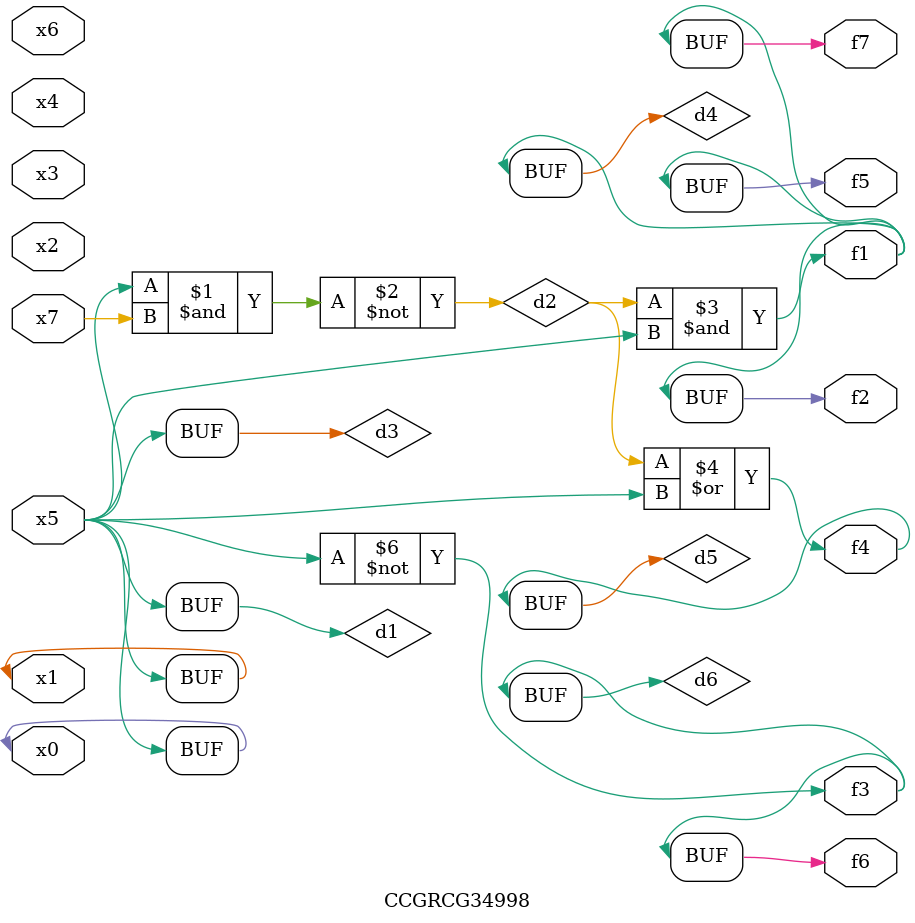
<source format=v>
module CCGRCG34998(
	input x0, x1, x2, x3, x4, x5, x6, x7,
	output f1, f2, f3, f4, f5, f6, f7
);

	wire d1, d2, d3, d4, d5, d6;

	buf (d1, x0, x5);
	nand (d2, x5, x7);
	buf (d3, x0, x1);
	and (d4, d2, d3);
	or (d5, d2, d3);
	nor (d6, d1, d3);
	assign f1 = d4;
	assign f2 = d4;
	assign f3 = d6;
	assign f4 = d5;
	assign f5 = d4;
	assign f6 = d6;
	assign f7 = d4;
endmodule

</source>
